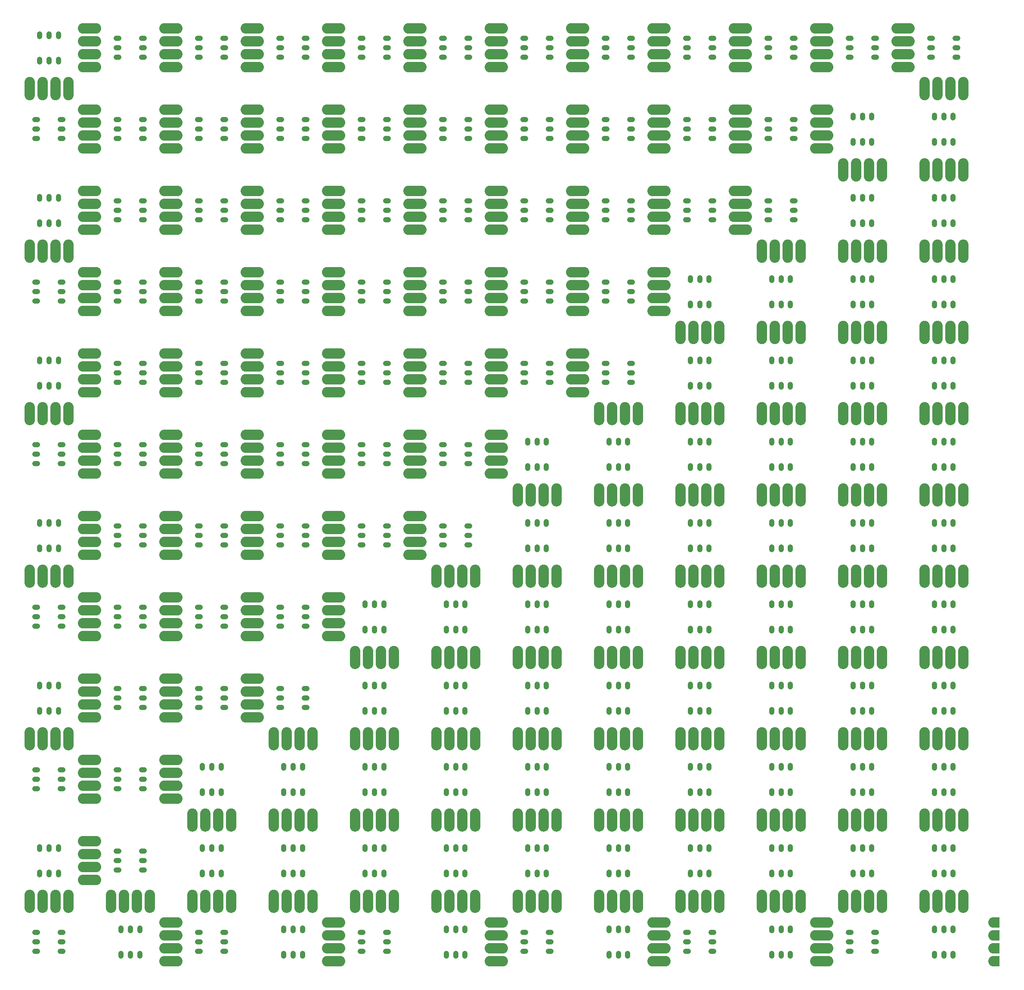
<source format=gts>
G04 DipTrace 2.4.0.2*
%IN144xAPA102Cx16mm.gts*%
%MOMM*%
%ADD27O,4.55X2.05*%
%ADD28O,2.05X4.55*%
%ADD29O,1.05X1.55*%
%ADD30O,1.55X1.05*%
%ADD31C,2.05*%
%ADD32R,1.3X2.05*%
%FSLAX53Y53*%
G04*
G71*
G90*
G75*
G01*
%LNTopMask*%
%LPD*%
D32*
X204375Y16730D3*
D31*
X203750D3*
D32*
X204375Y14190D3*
Y19270D3*
D31*
X203750D3*
Y14190D3*
D32*
X204375Y21810D3*
D31*
X203750D3*
D30*
X15500Y19850D3*
Y18000D3*
Y16150D3*
X20500D3*
Y18000D3*
Y19850D3*
D29*
X16150Y31500D3*
X18000D3*
X19850D3*
Y36500D3*
X18000D3*
X16150D3*
D28*
X19270Y26000D3*
D31*
Y27250D3*
Y24750D3*
D28*
X21810Y26000D3*
X16730D3*
D31*
Y27250D3*
Y24750D3*
X21810Y27250D3*
Y24750D3*
D28*
X14190Y26000D3*
D31*
Y27250D3*
Y24750D3*
D30*
X31500Y35850D3*
Y34000D3*
Y32150D3*
X36500D3*
Y34000D3*
Y35850D3*
D27*
X26000Y32730D3*
D31*
X27250D3*
X24750D3*
D27*
X26000Y30190D3*
Y35270D3*
D31*
X27250D3*
X24750D3*
X27250Y30190D3*
X24750D3*
D27*
X26000Y37810D3*
D31*
X27250D3*
X24750D3*
D29*
X35850Y20500D3*
X34000D3*
X32150D3*
Y15500D3*
X34000D3*
X35850D3*
D28*
X32730Y26000D3*
D31*
Y24750D3*
Y27250D3*
D28*
X30190Y26000D3*
X35270D3*
D31*
Y24750D3*
Y27250D3*
X30190Y24750D3*
Y27250D3*
D28*
X37810Y26000D3*
D31*
Y24750D3*
Y27250D3*
D30*
X47500Y19850D3*
Y18000D3*
Y16150D3*
X52500D3*
Y18000D3*
Y19850D3*
D27*
X42000Y16730D3*
D31*
X43250D3*
X40750D3*
D27*
X42000Y14190D3*
Y19270D3*
D31*
X43250D3*
X40750D3*
X43250Y14190D3*
X40750D3*
D27*
X42000Y21810D3*
D31*
X43250D3*
X40750D3*
D29*
X48150Y31500D3*
X50000D3*
X51850D3*
Y36500D3*
X50000D3*
X48150D3*
D28*
X51270Y26000D3*
D31*
Y27250D3*
Y24750D3*
D28*
X53810Y26000D3*
X48730D3*
D31*
Y27250D3*
Y24750D3*
X53810Y27250D3*
Y24750D3*
D28*
X46190Y26000D3*
D31*
Y27250D3*
Y24750D3*
D29*
X48150Y47500D3*
X50000D3*
X51850D3*
Y52500D3*
X50000D3*
X48150D3*
D28*
X51270Y42000D3*
D31*
Y43250D3*
Y40750D3*
D28*
X53810Y42000D3*
X48730D3*
D31*
Y43250D3*
Y40750D3*
X53810Y43250D3*
Y40750D3*
D28*
X46190Y42000D3*
D31*
Y43250D3*
Y40750D3*
D30*
X36500Y48150D3*
Y50000D3*
Y51850D3*
X31500D3*
Y50000D3*
Y48150D3*
D27*
X42000Y51270D3*
D31*
X40750D3*
X43250D3*
D27*
X42000Y53810D3*
Y48730D3*
D31*
X40750D3*
X43250D3*
X40750Y53810D3*
X43250D3*
D27*
X42000Y46190D3*
D31*
X40750D3*
X43250D3*
D30*
X20500Y48150D3*
Y50000D3*
Y51850D3*
X15500D3*
Y50000D3*
Y48150D3*
D27*
X26000Y51270D3*
D31*
X24750D3*
X27250D3*
D27*
X26000Y53810D3*
Y48730D3*
D31*
X24750D3*
X27250D3*
X24750Y53810D3*
X27250D3*
D27*
X26000Y46190D3*
D31*
X24750D3*
X27250D3*
D29*
X16150Y63500D3*
X18000D3*
X19850D3*
Y68500D3*
X18000D3*
X16150D3*
D28*
X19270Y58000D3*
D31*
Y59250D3*
Y56750D3*
D28*
X21810Y58000D3*
X16730D3*
D31*
Y59250D3*
Y56750D3*
X21810Y59250D3*
Y56750D3*
D28*
X14190Y58000D3*
D31*
Y59250D3*
Y56750D3*
D30*
X31500Y67850D3*
Y66000D3*
Y64150D3*
X36500D3*
Y66000D3*
Y67850D3*
D27*
X26000Y64730D3*
D31*
X27250D3*
X24750D3*
D27*
X26000Y62190D3*
Y67270D3*
D31*
X27250D3*
X24750D3*
X27250Y62190D3*
X24750D3*
D27*
X26000Y69810D3*
D31*
X27250D3*
X24750D3*
D30*
X47500Y67850D3*
Y66000D3*
Y64150D3*
X52500D3*
Y66000D3*
Y67850D3*
D27*
X42000Y64730D3*
D31*
X43250D3*
X40750D3*
D27*
X42000Y62190D3*
Y67270D3*
D31*
X43250D3*
X40750D3*
X43250Y62190D3*
X40750D3*
D27*
X42000Y69810D3*
D31*
X43250D3*
X40750D3*
D30*
X63500Y67850D3*
Y66000D3*
Y64150D3*
X68500D3*
Y66000D3*
Y67850D3*
D27*
X58000Y64730D3*
D31*
X59250D3*
X56750D3*
D27*
X58000Y62190D3*
Y67270D3*
D31*
X59250D3*
X56750D3*
X59250Y62190D3*
X56750D3*
D27*
X58000Y69810D3*
D31*
X59250D3*
X56750D3*
D29*
X67850Y52500D3*
X66000D3*
X64150D3*
Y47500D3*
X66000D3*
X67850D3*
D28*
X64730Y58000D3*
D31*
Y56750D3*
Y59250D3*
D28*
X62190Y58000D3*
X67270D3*
D31*
Y56750D3*
Y59250D3*
X62190Y56750D3*
Y59250D3*
D28*
X69810Y58000D3*
D31*
Y56750D3*
Y59250D3*
D29*
X67850Y36500D3*
X66000D3*
X64150D3*
Y31500D3*
X66000D3*
X67850D3*
D28*
X64730Y42000D3*
D31*
Y40750D3*
Y43250D3*
D28*
X62190Y42000D3*
X67270D3*
D31*
Y40750D3*
Y43250D3*
X62190Y40750D3*
Y43250D3*
D28*
X69810Y42000D3*
D31*
Y40750D3*
Y43250D3*
D29*
X67850Y20500D3*
X66000D3*
X64150D3*
Y15500D3*
X66000D3*
X67850D3*
D28*
X64730Y26000D3*
D31*
Y24750D3*
Y27250D3*
D28*
X62190Y26000D3*
X67270D3*
D31*
Y24750D3*
Y27250D3*
X62190Y24750D3*
Y27250D3*
D28*
X69810Y26000D3*
D31*
Y24750D3*
Y27250D3*
D30*
X79500Y19850D3*
Y18000D3*
Y16150D3*
X84500D3*
Y18000D3*
Y19850D3*
D27*
X74000Y16730D3*
D31*
X75250D3*
X72750D3*
D27*
X74000Y14190D3*
Y19270D3*
D31*
X75250D3*
X72750D3*
X75250Y14190D3*
X72750D3*
D27*
X74000Y21810D3*
D31*
X75250D3*
X72750D3*
D29*
X80150Y31500D3*
X82000D3*
X83850D3*
Y36500D3*
X82000D3*
X80150D3*
D28*
X83270Y26000D3*
D31*
Y27250D3*
Y24750D3*
D28*
X85810Y26000D3*
X80730D3*
D31*
Y27250D3*
Y24750D3*
X85810Y27250D3*
Y24750D3*
D28*
X78190Y26000D3*
D31*
Y27250D3*
Y24750D3*
D29*
X80150Y47500D3*
X82000D3*
X83850D3*
Y52500D3*
X82000D3*
X80150D3*
D28*
X83270Y42000D3*
D31*
Y43250D3*
Y40750D3*
D28*
X85810Y42000D3*
X80730D3*
D31*
Y43250D3*
Y40750D3*
X85810Y43250D3*
Y40750D3*
D28*
X78190Y42000D3*
D31*
Y43250D3*
Y40750D3*
D29*
X80150Y63500D3*
X82000D3*
X83850D3*
Y68500D3*
X82000D3*
X80150D3*
D28*
X83270Y58000D3*
D31*
Y59250D3*
Y56750D3*
D28*
X85810Y58000D3*
X80730D3*
D31*
Y59250D3*
Y56750D3*
X85810Y59250D3*
Y56750D3*
D28*
X78190Y58000D3*
D31*
Y59250D3*
Y56750D3*
D29*
X80150Y79500D3*
X82000D3*
X83850D3*
Y84500D3*
X82000D3*
X80150D3*
D28*
X83270Y74000D3*
D31*
Y75250D3*
Y72750D3*
D28*
X85810Y74000D3*
X80730D3*
D31*
Y75250D3*
Y72750D3*
X85810Y75250D3*
Y72750D3*
D28*
X78190Y74000D3*
D31*
Y75250D3*
Y72750D3*
D30*
X68500Y80150D3*
Y82000D3*
Y83850D3*
X63500D3*
Y82000D3*
Y80150D3*
D27*
X74000Y83270D3*
D31*
X72750D3*
X75250D3*
D27*
X74000Y85810D3*
Y80730D3*
D31*
X72750D3*
X75250D3*
X72750Y85810D3*
X75250D3*
D27*
X74000Y78190D3*
D31*
X72750D3*
X75250D3*
D30*
X52500Y80150D3*
Y82000D3*
Y83850D3*
X47500D3*
Y82000D3*
Y80150D3*
D27*
X58000Y83270D3*
D31*
X56750D3*
X59250D3*
D27*
X58000Y85810D3*
Y80730D3*
D31*
X56750D3*
X59250D3*
X56750Y85810D3*
X59250D3*
D27*
X58000Y78190D3*
D31*
X56750D3*
X59250D3*
D30*
X36500Y80150D3*
Y82000D3*
Y83850D3*
X31500D3*
Y82000D3*
Y80150D3*
D27*
X42000Y83270D3*
D31*
X40750D3*
X43250D3*
D27*
X42000Y85810D3*
Y80730D3*
D31*
X40750D3*
X43250D3*
X40750Y85810D3*
X43250D3*
D27*
X42000Y78190D3*
D31*
X40750D3*
X43250D3*
D30*
X20500Y80150D3*
Y82000D3*
Y83850D3*
X15500D3*
Y82000D3*
Y80150D3*
D27*
X26000Y83270D3*
D31*
X24750D3*
X27250D3*
D27*
X26000Y85810D3*
Y80730D3*
D31*
X24750D3*
X27250D3*
X24750Y85810D3*
X27250D3*
D27*
X26000Y78190D3*
D31*
X24750D3*
X27250D3*
D29*
X16150Y95500D3*
X18000D3*
X19850D3*
Y100500D3*
X18000D3*
X16150D3*
D28*
X19270Y90000D3*
D31*
Y91250D3*
Y88750D3*
D28*
X21810Y90000D3*
X16730D3*
D31*
Y91250D3*
Y88750D3*
X21810Y91250D3*
Y88750D3*
D28*
X14190Y90000D3*
D31*
Y91250D3*
Y88750D3*
D30*
X31500Y99850D3*
Y98000D3*
Y96150D3*
X36500D3*
Y98000D3*
Y99850D3*
D27*
X26000Y96730D3*
D31*
X27250D3*
X24750D3*
D27*
X26000Y94190D3*
Y99270D3*
D31*
X27250D3*
X24750D3*
X27250Y94190D3*
X24750D3*
D27*
X26000Y101810D3*
D31*
X27250D3*
X24750D3*
D30*
X47500Y99850D3*
Y98000D3*
Y96150D3*
X52500D3*
Y98000D3*
Y99850D3*
D27*
X42000Y96730D3*
D31*
X43250D3*
X40750D3*
D27*
X42000Y94190D3*
Y99270D3*
D31*
X43250D3*
X40750D3*
X43250Y94190D3*
X40750D3*
D27*
X42000Y101810D3*
D31*
X43250D3*
X40750D3*
D30*
X63500Y99850D3*
Y98000D3*
Y96150D3*
X68500D3*
Y98000D3*
Y99850D3*
D27*
X58000Y96730D3*
D31*
X59250D3*
X56750D3*
D27*
X58000Y94190D3*
Y99270D3*
D31*
X59250D3*
X56750D3*
X59250Y94190D3*
X56750D3*
D27*
X58000Y101810D3*
D31*
X59250D3*
X56750D3*
D30*
X79500Y99850D3*
Y98000D3*
Y96150D3*
X84500D3*
Y98000D3*
Y99850D3*
D27*
X74000Y96730D3*
D31*
X75250D3*
X72750D3*
D27*
X74000Y94190D3*
Y99270D3*
D31*
X75250D3*
X72750D3*
X75250Y94190D3*
X72750D3*
D27*
X74000Y101810D3*
D31*
X75250D3*
X72750D3*
D30*
X95500Y99850D3*
Y98000D3*
Y96150D3*
X100500D3*
Y98000D3*
Y99850D3*
D27*
X90000Y96730D3*
D31*
X91250D3*
X88750D3*
D27*
X90000Y94190D3*
Y99270D3*
D31*
X91250D3*
X88750D3*
X91250Y94190D3*
X88750D3*
D27*
X90000Y101810D3*
D31*
X91250D3*
X88750D3*
D29*
X99850Y84500D3*
X98000D3*
X96150D3*
Y79500D3*
X98000D3*
X99850D3*
D28*
X96730Y90000D3*
D31*
Y88750D3*
Y91250D3*
D28*
X94190Y90000D3*
X99270D3*
D31*
Y88750D3*
Y91250D3*
X94190Y88750D3*
Y91250D3*
D28*
X101810Y90000D3*
D31*
Y88750D3*
Y91250D3*
D29*
X99850Y68500D3*
X98000D3*
X96150D3*
Y63500D3*
X98000D3*
X99850D3*
D28*
X96730Y74000D3*
D31*
Y72750D3*
Y75250D3*
D28*
X94190Y74000D3*
X99270D3*
D31*
Y72750D3*
Y75250D3*
X94190Y72750D3*
Y75250D3*
D28*
X101810Y74000D3*
D31*
Y72750D3*
Y75250D3*
D29*
X99850Y52500D3*
X98000D3*
X96150D3*
Y47500D3*
X98000D3*
X99850D3*
D28*
X96730Y58000D3*
D31*
Y56750D3*
Y59250D3*
D28*
X94190Y58000D3*
X99270D3*
D31*
Y56750D3*
Y59250D3*
X94190Y56750D3*
Y59250D3*
D28*
X101810Y58000D3*
D31*
Y56750D3*
Y59250D3*
D29*
X99850Y36500D3*
X98000D3*
X96150D3*
Y31500D3*
X98000D3*
X99850D3*
D28*
X96730Y42000D3*
D31*
Y40750D3*
Y43250D3*
D28*
X94190Y42000D3*
X99270D3*
D31*
Y40750D3*
Y43250D3*
X94190Y40750D3*
Y43250D3*
D28*
X101810Y42000D3*
D31*
Y40750D3*
Y43250D3*
D29*
X99850Y20500D3*
X98000D3*
X96150D3*
Y15500D3*
X98000D3*
X99850D3*
D28*
X96730Y26000D3*
D31*
Y24750D3*
Y27250D3*
D28*
X94190Y26000D3*
X99270D3*
D31*
Y24750D3*
Y27250D3*
X94190Y24750D3*
Y27250D3*
D28*
X101810Y26000D3*
D31*
Y24750D3*
Y27250D3*
D30*
X111500Y19850D3*
Y18000D3*
Y16150D3*
X116500D3*
Y18000D3*
Y19850D3*
D27*
X106000Y16730D3*
D31*
X107250D3*
X104750D3*
D27*
X106000Y14190D3*
Y19270D3*
D31*
X107250D3*
X104750D3*
X107250Y14190D3*
X104750D3*
D27*
X106000Y21810D3*
D31*
X107250D3*
X104750D3*
D29*
X112150Y31500D3*
X114000D3*
X115850D3*
Y36500D3*
X114000D3*
X112150D3*
D28*
X115270Y26000D3*
D31*
Y27250D3*
Y24750D3*
D28*
X117810Y26000D3*
X112730D3*
D31*
Y27250D3*
Y24750D3*
X117810Y27250D3*
Y24750D3*
D28*
X110190Y26000D3*
D31*
Y27250D3*
Y24750D3*
D29*
X112150Y47500D3*
X114000D3*
X115850D3*
Y52500D3*
X114000D3*
X112150D3*
D28*
X115270Y42000D3*
D31*
Y43250D3*
Y40750D3*
D28*
X117810Y42000D3*
X112730D3*
D31*
Y43250D3*
Y40750D3*
X117810Y43250D3*
Y40750D3*
D28*
X110190Y42000D3*
D31*
Y43250D3*
Y40750D3*
D29*
X112150Y63500D3*
X114000D3*
X115850D3*
Y68500D3*
X114000D3*
X112150D3*
D28*
X115270Y58000D3*
D31*
Y59250D3*
Y56750D3*
D28*
X117810Y58000D3*
X112730D3*
D31*
Y59250D3*
Y56750D3*
X117810Y59250D3*
Y56750D3*
D28*
X110190Y58000D3*
D31*
Y59250D3*
Y56750D3*
D29*
X112150Y79500D3*
X114000D3*
X115850D3*
Y84500D3*
X114000D3*
X112150D3*
D28*
X115270Y74000D3*
D31*
Y75250D3*
Y72750D3*
D28*
X117810Y74000D3*
X112730D3*
D31*
Y75250D3*
Y72750D3*
X117810Y75250D3*
Y72750D3*
D28*
X110190Y74000D3*
D31*
Y75250D3*
Y72750D3*
D29*
X112150Y95500D3*
X114000D3*
X115850D3*
Y100500D3*
X114000D3*
X112150D3*
D28*
X115270Y90000D3*
D31*
Y91250D3*
Y88750D3*
D28*
X117810Y90000D3*
X112730D3*
D31*
Y91250D3*
Y88750D3*
X117810Y91250D3*
Y88750D3*
D28*
X110190Y90000D3*
D31*
Y91250D3*
Y88750D3*
D29*
X112150Y111500D3*
X114000D3*
X115850D3*
Y116500D3*
X114000D3*
X112150D3*
D28*
X115270Y106000D3*
D31*
Y107250D3*
Y104750D3*
D28*
X117810Y106000D3*
X112730D3*
D31*
Y107250D3*
Y104750D3*
X117810Y107250D3*
Y104750D3*
D28*
X110190Y106000D3*
D31*
Y107250D3*
Y104750D3*
D30*
X100500Y112150D3*
Y114000D3*
Y115850D3*
X95500D3*
Y114000D3*
Y112150D3*
D27*
X106000Y115270D3*
D31*
X104750D3*
X107250D3*
D27*
X106000Y117810D3*
Y112730D3*
D31*
X104750D3*
X107250D3*
X104750Y117810D3*
X107250D3*
D27*
X106000Y110190D3*
D31*
X104750D3*
X107250D3*
D30*
X84500Y112150D3*
Y114000D3*
Y115850D3*
X79500D3*
Y114000D3*
Y112150D3*
D27*
X90000Y115270D3*
D31*
X88750D3*
X91250D3*
D27*
X90000Y117810D3*
Y112730D3*
D31*
X88750D3*
X91250D3*
X88750Y117810D3*
X91250D3*
D27*
X90000Y110190D3*
D31*
X88750D3*
X91250D3*
D30*
X68500Y112150D3*
Y114000D3*
Y115850D3*
X63500D3*
Y114000D3*
Y112150D3*
D27*
X74000Y115270D3*
D31*
X72750D3*
X75250D3*
D27*
X74000Y117810D3*
Y112730D3*
D31*
X72750D3*
X75250D3*
X72750Y117810D3*
X75250D3*
D27*
X74000Y110190D3*
D31*
X72750D3*
X75250D3*
D30*
X52500Y112150D3*
Y114000D3*
Y115850D3*
X47500D3*
Y114000D3*
Y112150D3*
D27*
X58000Y115270D3*
D31*
X56750D3*
X59250D3*
D27*
X58000Y117810D3*
Y112730D3*
D31*
X56750D3*
X59250D3*
X56750Y117810D3*
X59250D3*
D27*
X58000Y110190D3*
D31*
X56750D3*
X59250D3*
D30*
X36500Y112150D3*
Y114000D3*
Y115850D3*
X31500D3*
Y114000D3*
Y112150D3*
D27*
X42000Y115270D3*
D31*
X40750D3*
X43250D3*
D27*
X42000Y117810D3*
Y112730D3*
D31*
X40750D3*
X43250D3*
X40750Y117810D3*
X43250D3*
D27*
X42000Y110190D3*
D31*
X40750D3*
X43250D3*
D30*
X20500Y112150D3*
Y114000D3*
Y115850D3*
X15500D3*
Y114000D3*
Y112150D3*
D27*
X26000Y115270D3*
D31*
X24750D3*
X27250D3*
D27*
X26000Y117810D3*
Y112730D3*
D31*
X24750D3*
X27250D3*
X24750Y117810D3*
X27250D3*
D27*
X26000Y110190D3*
D31*
X24750D3*
X27250D3*
D29*
X16150Y127500D3*
X18000D3*
X19850D3*
Y132500D3*
X18000D3*
X16150D3*
D28*
X19270Y122000D3*
D31*
Y123250D3*
Y120750D3*
D28*
X21810Y122000D3*
X16730D3*
D31*
Y123250D3*
Y120750D3*
X21810Y123250D3*
Y120750D3*
D28*
X14190Y122000D3*
D31*
Y123250D3*
Y120750D3*
D30*
X31500Y131850D3*
Y130000D3*
Y128150D3*
X36500D3*
Y130000D3*
Y131850D3*
D27*
X26000Y128730D3*
D31*
X27250D3*
X24750D3*
D27*
X26000Y126190D3*
Y131270D3*
D31*
X27250D3*
X24750D3*
X27250Y126190D3*
X24750D3*
D27*
X26000Y133810D3*
D31*
X27250D3*
X24750D3*
D30*
X47500Y131850D3*
Y130000D3*
Y128150D3*
X52500D3*
Y130000D3*
Y131850D3*
D27*
X42000Y128730D3*
D31*
X43250D3*
X40750D3*
D27*
X42000Y126190D3*
Y131270D3*
D31*
X43250D3*
X40750D3*
X43250Y126190D3*
X40750D3*
D27*
X42000Y133810D3*
D31*
X43250D3*
X40750D3*
D30*
X63500Y131850D3*
Y130000D3*
Y128150D3*
X68500D3*
Y130000D3*
Y131850D3*
D27*
X58000Y128730D3*
D31*
X59250D3*
X56750D3*
D27*
X58000Y126190D3*
Y131270D3*
D31*
X59250D3*
X56750D3*
X59250Y126190D3*
X56750D3*
D27*
X58000Y133810D3*
D31*
X59250D3*
X56750D3*
D30*
X79500Y131850D3*
Y130000D3*
Y128150D3*
X84500D3*
Y130000D3*
Y131850D3*
D27*
X74000Y128730D3*
D31*
X75250D3*
X72750D3*
D27*
X74000Y126190D3*
Y131270D3*
D31*
X75250D3*
X72750D3*
X75250Y126190D3*
X72750D3*
D27*
X74000Y133810D3*
D31*
X75250D3*
X72750D3*
D30*
X95500Y131850D3*
Y130000D3*
Y128150D3*
X100500D3*
Y130000D3*
Y131850D3*
D27*
X90000Y128730D3*
D31*
X91250D3*
X88750D3*
D27*
X90000Y126190D3*
Y131270D3*
D31*
X91250D3*
X88750D3*
X91250Y126190D3*
X88750D3*
D27*
X90000Y133810D3*
D31*
X91250D3*
X88750D3*
D30*
X111500Y131850D3*
Y130000D3*
Y128150D3*
X116500D3*
Y130000D3*
Y131850D3*
D27*
X106000Y128730D3*
D31*
X107250D3*
X104750D3*
D27*
X106000Y126190D3*
Y131270D3*
D31*
X107250D3*
X104750D3*
X107250Y126190D3*
X104750D3*
D27*
X106000Y133810D3*
D31*
X107250D3*
X104750D3*
D30*
X127500Y131850D3*
Y130000D3*
Y128150D3*
X132500D3*
Y130000D3*
Y131850D3*
D27*
X122000Y128730D3*
D31*
X123250D3*
X120750D3*
D27*
X122000Y126190D3*
Y131270D3*
D31*
X123250D3*
X120750D3*
X123250Y126190D3*
X120750D3*
D27*
X122000Y133810D3*
D31*
X123250D3*
X120750D3*
D29*
X131850Y116500D3*
X130000D3*
X128150D3*
Y111500D3*
X130000D3*
X131850D3*
D28*
X128730Y122000D3*
D31*
Y120750D3*
Y123250D3*
D28*
X126190Y122000D3*
X131270D3*
D31*
Y120750D3*
Y123250D3*
X126190Y120750D3*
Y123250D3*
D28*
X133810Y122000D3*
D31*
Y120750D3*
Y123250D3*
D29*
X131850Y100500D3*
X130000D3*
X128150D3*
Y95500D3*
X130000D3*
X131850D3*
D28*
X128730Y106000D3*
D31*
Y104750D3*
Y107250D3*
D28*
X126190Y106000D3*
X131270D3*
D31*
Y104750D3*
Y107250D3*
X126190Y104750D3*
Y107250D3*
D28*
X133810Y106000D3*
D31*
Y104750D3*
Y107250D3*
D29*
X131850Y84500D3*
X130000D3*
X128150D3*
Y79500D3*
X130000D3*
X131850D3*
D28*
X128730Y90000D3*
D31*
Y88750D3*
Y91250D3*
D28*
X126190Y90000D3*
X131270D3*
D31*
Y88750D3*
Y91250D3*
X126190Y88750D3*
Y91250D3*
D28*
X133810Y90000D3*
D31*
Y88750D3*
Y91250D3*
D29*
X131850Y68500D3*
X130000D3*
X128150D3*
Y63500D3*
X130000D3*
X131850D3*
D28*
X128730Y74000D3*
D31*
Y72750D3*
Y75250D3*
D28*
X126190Y74000D3*
X131270D3*
D31*
Y72750D3*
Y75250D3*
X126190Y72750D3*
Y75250D3*
D28*
X133810Y74000D3*
D31*
Y72750D3*
Y75250D3*
D29*
X131850Y52500D3*
X130000D3*
X128150D3*
Y47500D3*
X130000D3*
X131850D3*
D28*
X128730Y58000D3*
D31*
Y56750D3*
Y59250D3*
D28*
X126190Y58000D3*
X131270D3*
D31*
Y56750D3*
Y59250D3*
X126190Y56750D3*
Y59250D3*
D28*
X133810Y58000D3*
D31*
Y56750D3*
Y59250D3*
D29*
X131850Y36500D3*
X130000D3*
X128150D3*
Y31500D3*
X130000D3*
X131850D3*
D28*
X128730Y42000D3*
D31*
Y40750D3*
Y43250D3*
D28*
X126190Y42000D3*
X131270D3*
D31*
Y40750D3*
Y43250D3*
X126190Y40750D3*
Y43250D3*
D28*
X133810Y42000D3*
D31*
Y40750D3*
Y43250D3*
D29*
X131850Y20500D3*
X130000D3*
X128150D3*
Y15500D3*
X130000D3*
X131850D3*
D28*
X128730Y26000D3*
D31*
Y24750D3*
Y27250D3*
D28*
X126190Y26000D3*
X131270D3*
D31*
Y24750D3*
Y27250D3*
X126190Y24750D3*
Y27250D3*
D28*
X133810Y26000D3*
D31*
Y24750D3*
Y27250D3*
D30*
X143500Y19850D3*
Y18000D3*
Y16150D3*
X148500D3*
Y18000D3*
Y19850D3*
D27*
X138000Y16730D3*
D31*
X139250D3*
X136750D3*
D27*
X138000Y14190D3*
Y19270D3*
D31*
X139250D3*
X136750D3*
X139250Y14190D3*
X136750D3*
D27*
X138000Y21810D3*
D31*
X139250D3*
X136750D3*
D29*
X144150Y31500D3*
X146000D3*
X147850D3*
Y36500D3*
X146000D3*
X144150D3*
D28*
X147270Y26000D3*
D31*
Y27250D3*
Y24750D3*
D28*
X149810Y26000D3*
X144730D3*
D31*
Y27250D3*
Y24750D3*
X149810Y27250D3*
Y24750D3*
D28*
X142190Y26000D3*
D31*
Y27250D3*
Y24750D3*
D29*
X144150Y47500D3*
X146000D3*
X147850D3*
Y52500D3*
X146000D3*
X144150D3*
D28*
X147270Y42000D3*
D31*
Y43250D3*
Y40750D3*
D28*
X149810Y42000D3*
X144730D3*
D31*
Y43250D3*
Y40750D3*
X149810Y43250D3*
Y40750D3*
D28*
X142190Y42000D3*
D31*
Y43250D3*
Y40750D3*
D29*
X144150Y63500D3*
X146000D3*
X147850D3*
Y68500D3*
X146000D3*
X144150D3*
D28*
X147270Y58000D3*
D31*
Y59250D3*
Y56750D3*
D28*
X149810Y58000D3*
X144730D3*
D31*
Y59250D3*
Y56750D3*
X149810Y59250D3*
Y56750D3*
D28*
X142190Y58000D3*
D31*
Y59250D3*
Y56750D3*
D29*
X144150Y79500D3*
X146000D3*
X147850D3*
Y84500D3*
X146000D3*
X144150D3*
D28*
X147270Y74000D3*
D31*
Y75250D3*
Y72750D3*
D28*
X149810Y74000D3*
X144730D3*
D31*
Y75250D3*
Y72750D3*
X149810Y75250D3*
Y72750D3*
D28*
X142190Y74000D3*
D31*
Y75250D3*
Y72750D3*
D29*
X144150Y95500D3*
X146000D3*
X147850D3*
Y100500D3*
X146000D3*
X144150D3*
D28*
X147270Y90000D3*
D31*
Y91250D3*
Y88750D3*
D28*
X149810Y90000D3*
X144730D3*
D31*
Y91250D3*
Y88750D3*
X149810Y91250D3*
Y88750D3*
D28*
X142190Y90000D3*
D31*
Y91250D3*
Y88750D3*
D29*
X144150Y111500D3*
X146000D3*
X147850D3*
Y116500D3*
X146000D3*
X144150D3*
D28*
X147270Y106000D3*
D31*
Y107250D3*
Y104750D3*
D28*
X149810Y106000D3*
X144730D3*
D31*
Y107250D3*
Y104750D3*
X149810Y107250D3*
Y104750D3*
D28*
X142190Y106000D3*
D31*
Y107250D3*
Y104750D3*
D29*
X144150Y127500D3*
X146000D3*
X147850D3*
Y132500D3*
X146000D3*
X144150D3*
D28*
X147270Y122000D3*
D31*
Y123250D3*
Y120750D3*
D28*
X149810Y122000D3*
X144730D3*
D31*
Y123250D3*
Y120750D3*
X149810Y123250D3*
Y120750D3*
D28*
X142190Y122000D3*
D31*
Y123250D3*
Y120750D3*
D29*
X144150Y143500D3*
X146000D3*
X147850D3*
Y148500D3*
X146000D3*
X144150D3*
D28*
X147270Y138000D3*
D31*
Y139250D3*
Y136750D3*
D28*
X149810Y138000D3*
X144730D3*
D31*
Y139250D3*
Y136750D3*
X149810Y139250D3*
Y136750D3*
D28*
X142190Y138000D3*
D31*
Y139250D3*
Y136750D3*
D30*
X132500Y144150D3*
Y146000D3*
Y147850D3*
X127500D3*
Y146000D3*
Y144150D3*
D27*
X138000Y147270D3*
D31*
X136750D3*
X139250D3*
D27*
X138000Y149810D3*
Y144730D3*
D31*
X136750D3*
X139250D3*
X136750Y149810D3*
X139250D3*
D27*
X138000Y142190D3*
D31*
X136750D3*
X139250D3*
D30*
X116500Y144150D3*
Y146000D3*
Y147850D3*
X111500D3*
Y146000D3*
Y144150D3*
D27*
X122000Y147270D3*
D31*
X120750D3*
X123250D3*
D27*
X122000Y149810D3*
Y144730D3*
D31*
X120750D3*
X123250D3*
X120750Y149810D3*
X123250D3*
D27*
X122000Y142190D3*
D31*
X120750D3*
X123250D3*
D30*
X100500Y144150D3*
Y146000D3*
Y147850D3*
X95500D3*
Y146000D3*
Y144150D3*
D27*
X106000Y147270D3*
D31*
X104750D3*
X107250D3*
D27*
X106000Y149810D3*
Y144730D3*
D31*
X104750D3*
X107250D3*
X104750Y149810D3*
X107250D3*
D27*
X106000Y142190D3*
D31*
X104750D3*
X107250D3*
D30*
X84500Y144150D3*
Y146000D3*
Y147850D3*
X79500D3*
Y146000D3*
Y144150D3*
D27*
X90000Y147270D3*
D31*
X88750D3*
X91250D3*
D27*
X90000Y149810D3*
Y144730D3*
D31*
X88750D3*
X91250D3*
X88750Y149810D3*
X91250D3*
D27*
X90000Y142190D3*
D31*
X88750D3*
X91250D3*
D30*
X68500Y144150D3*
Y146000D3*
Y147850D3*
X63500D3*
Y146000D3*
Y144150D3*
D27*
X74000Y147270D3*
D31*
X72750D3*
X75250D3*
D27*
X74000Y149810D3*
Y144730D3*
D31*
X72750D3*
X75250D3*
X72750Y149810D3*
X75250D3*
D27*
X74000Y142190D3*
D31*
X72750D3*
X75250D3*
D30*
X52500Y144150D3*
Y146000D3*
Y147850D3*
X47500D3*
Y146000D3*
Y144150D3*
D27*
X58000Y147270D3*
D31*
X56750D3*
X59250D3*
D27*
X58000Y149810D3*
Y144730D3*
D31*
X56750D3*
X59250D3*
X56750Y149810D3*
X59250D3*
D27*
X58000Y142190D3*
D31*
X56750D3*
X59250D3*
D30*
X36500Y144150D3*
Y146000D3*
Y147850D3*
X31500D3*
Y146000D3*
Y144150D3*
D27*
X42000Y147270D3*
D31*
X40750D3*
X43250D3*
D27*
X42000Y149810D3*
Y144730D3*
D31*
X40750D3*
X43250D3*
X40750Y149810D3*
X43250D3*
D27*
X42000Y142190D3*
D31*
X40750D3*
X43250D3*
D30*
X20500Y144150D3*
Y146000D3*
Y147850D3*
X15500D3*
Y146000D3*
Y144150D3*
D27*
X26000Y147270D3*
D31*
X24750D3*
X27250D3*
D27*
X26000Y149810D3*
Y144730D3*
D31*
X24750D3*
X27250D3*
X24750Y149810D3*
X27250D3*
D27*
X26000Y142190D3*
D31*
X24750D3*
X27250D3*
D29*
X16150Y159500D3*
X18000D3*
X19850D3*
Y164500D3*
X18000D3*
X16150D3*
D28*
X19270Y154000D3*
D31*
Y155250D3*
Y152750D3*
D28*
X21810Y154000D3*
X16730D3*
D31*
Y155250D3*
Y152750D3*
X21810Y155250D3*
Y152750D3*
D28*
X14190Y154000D3*
D31*
Y155250D3*
Y152750D3*
D30*
X31500Y163850D3*
Y162000D3*
Y160150D3*
X36500D3*
Y162000D3*
Y163850D3*
D27*
X26000Y160730D3*
D31*
X27250D3*
X24750D3*
D27*
X26000Y158190D3*
Y163270D3*
D31*
X27250D3*
X24750D3*
X27250Y158190D3*
X24750D3*
D27*
X26000Y165810D3*
D31*
X27250D3*
X24750D3*
D30*
X47500Y163850D3*
Y162000D3*
Y160150D3*
X52500D3*
Y162000D3*
Y163850D3*
D27*
X42000Y160730D3*
D31*
X43250D3*
X40750D3*
D27*
X42000Y158190D3*
Y163270D3*
D31*
X43250D3*
X40750D3*
X43250Y158190D3*
X40750D3*
D27*
X42000Y165810D3*
D31*
X43250D3*
X40750D3*
D30*
X63500Y163850D3*
Y162000D3*
Y160150D3*
X68500D3*
Y162000D3*
Y163850D3*
D27*
X58000Y160730D3*
D31*
X59250D3*
X56750D3*
D27*
X58000Y158190D3*
Y163270D3*
D31*
X59250D3*
X56750D3*
X59250Y158190D3*
X56750D3*
D27*
X58000Y165810D3*
D31*
X59250D3*
X56750D3*
D30*
X79500Y163850D3*
Y162000D3*
Y160150D3*
X84500D3*
Y162000D3*
Y163850D3*
D27*
X74000Y160730D3*
D31*
X75250D3*
X72750D3*
D27*
X74000Y158190D3*
Y163270D3*
D31*
X75250D3*
X72750D3*
X75250Y158190D3*
X72750D3*
D27*
X74000Y165810D3*
D31*
X75250D3*
X72750D3*
D30*
X95500Y163850D3*
Y162000D3*
Y160150D3*
X100500D3*
Y162000D3*
Y163850D3*
D27*
X90000Y160730D3*
D31*
X91250D3*
X88750D3*
D27*
X90000Y158190D3*
Y163270D3*
D31*
X91250D3*
X88750D3*
X91250Y158190D3*
X88750D3*
D27*
X90000Y165810D3*
D31*
X91250D3*
X88750D3*
D30*
X111500Y163850D3*
Y162000D3*
Y160150D3*
X116500D3*
Y162000D3*
Y163850D3*
D27*
X106000Y160730D3*
D31*
X107250D3*
X104750D3*
D27*
X106000Y158190D3*
Y163270D3*
D31*
X107250D3*
X104750D3*
X107250Y158190D3*
X104750D3*
D27*
X106000Y165810D3*
D31*
X107250D3*
X104750D3*
D30*
X127500Y163850D3*
Y162000D3*
Y160150D3*
X132500D3*
Y162000D3*
Y163850D3*
D27*
X122000Y160730D3*
D31*
X123250D3*
X120750D3*
D27*
X122000Y158190D3*
Y163270D3*
D31*
X123250D3*
X120750D3*
X123250Y158190D3*
X120750D3*
D27*
X122000Y165810D3*
D31*
X123250D3*
X120750D3*
D30*
X143500Y163850D3*
Y162000D3*
Y160150D3*
X148500D3*
Y162000D3*
Y163850D3*
D27*
X138000Y160730D3*
D31*
X139250D3*
X136750D3*
D27*
X138000Y158190D3*
Y163270D3*
D31*
X139250D3*
X136750D3*
X139250Y158190D3*
X136750D3*
D27*
X138000Y165810D3*
D31*
X139250D3*
X136750D3*
D30*
X159500Y163850D3*
Y162000D3*
Y160150D3*
X164500D3*
Y162000D3*
Y163850D3*
D27*
X154000Y160730D3*
D31*
X155250D3*
X152750D3*
D27*
X154000Y158190D3*
Y163270D3*
D31*
X155250D3*
X152750D3*
X155250Y158190D3*
X152750D3*
D27*
X154000Y165810D3*
D31*
X155250D3*
X152750D3*
D29*
X163850Y148500D3*
X162000D3*
X160150D3*
Y143500D3*
X162000D3*
X163850D3*
D28*
X160730Y154000D3*
D31*
Y152750D3*
Y155250D3*
D28*
X158190Y154000D3*
X163270D3*
D31*
Y152750D3*
Y155250D3*
X158190Y152750D3*
Y155250D3*
D28*
X165810Y154000D3*
D31*
Y152750D3*
Y155250D3*
D29*
X163850Y132500D3*
X162000D3*
X160150D3*
Y127500D3*
X162000D3*
X163850D3*
D28*
X160730Y138000D3*
D31*
Y136750D3*
Y139250D3*
D28*
X158190Y138000D3*
X163270D3*
D31*
Y136750D3*
Y139250D3*
X158190Y136750D3*
Y139250D3*
D28*
X165810Y138000D3*
D31*
Y136750D3*
Y139250D3*
D29*
X163850Y116500D3*
X162000D3*
X160150D3*
Y111500D3*
X162000D3*
X163850D3*
D28*
X160730Y122000D3*
D31*
Y120750D3*
Y123250D3*
D28*
X158190Y122000D3*
X163270D3*
D31*
Y120750D3*
Y123250D3*
X158190Y120750D3*
Y123250D3*
D28*
X165810Y122000D3*
D31*
Y120750D3*
Y123250D3*
D29*
X163850Y100500D3*
X162000D3*
X160150D3*
Y95500D3*
X162000D3*
X163850D3*
D28*
X160730Y106000D3*
D31*
Y104750D3*
Y107250D3*
D28*
X158190Y106000D3*
X163270D3*
D31*
Y104750D3*
Y107250D3*
X158190Y104750D3*
Y107250D3*
D28*
X165810Y106000D3*
D31*
Y104750D3*
Y107250D3*
D29*
X163850Y84500D3*
X162000D3*
X160150D3*
Y79500D3*
X162000D3*
X163850D3*
D28*
X160730Y90000D3*
D31*
Y88750D3*
Y91250D3*
D28*
X158190Y90000D3*
X163270D3*
D31*
Y88750D3*
Y91250D3*
X158190Y88750D3*
Y91250D3*
D28*
X165810Y90000D3*
D31*
Y88750D3*
Y91250D3*
D29*
X163850Y68500D3*
X162000D3*
X160150D3*
Y63500D3*
X162000D3*
X163850D3*
D28*
X160730Y74000D3*
D31*
Y72750D3*
Y75250D3*
D28*
X158190Y74000D3*
X163270D3*
D31*
Y72750D3*
Y75250D3*
X158190Y72750D3*
Y75250D3*
D28*
X165810Y74000D3*
D31*
Y72750D3*
Y75250D3*
D29*
X163850Y52500D3*
X162000D3*
X160150D3*
Y47500D3*
X162000D3*
X163850D3*
D28*
X160730Y58000D3*
D31*
Y56750D3*
Y59250D3*
D28*
X158190Y58000D3*
X163270D3*
D31*
Y56750D3*
Y59250D3*
X158190Y56750D3*
Y59250D3*
D28*
X165810Y58000D3*
D31*
Y56750D3*
Y59250D3*
D29*
X163850Y36500D3*
X162000D3*
X160150D3*
Y31500D3*
X162000D3*
X163850D3*
D28*
X160730Y42000D3*
D31*
Y40750D3*
Y43250D3*
D28*
X158190Y42000D3*
X163270D3*
D31*
Y40750D3*
Y43250D3*
X158190Y40750D3*
Y43250D3*
D28*
X165810Y42000D3*
D31*
Y40750D3*
Y43250D3*
D29*
X163850Y20500D3*
X162000D3*
X160150D3*
Y15500D3*
X162000D3*
X163850D3*
D28*
X160730Y26000D3*
D31*
Y24750D3*
Y27250D3*
D28*
X158190Y26000D3*
X163270D3*
D31*
Y24750D3*
Y27250D3*
X158190Y24750D3*
Y27250D3*
D28*
X165810Y26000D3*
D31*
Y24750D3*
Y27250D3*
D30*
X175500Y19850D3*
Y18000D3*
Y16150D3*
X180500D3*
Y18000D3*
Y19850D3*
D27*
X170000Y16730D3*
D31*
X171250D3*
X168750D3*
D27*
X170000Y14190D3*
Y19270D3*
D31*
X171250D3*
X168750D3*
X171250Y14190D3*
X168750D3*
D27*
X170000Y21810D3*
D31*
X171250D3*
X168750D3*
D29*
X176150Y31500D3*
X178000D3*
X179850D3*
Y36500D3*
X178000D3*
X176150D3*
D28*
X179270Y26000D3*
D31*
Y27250D3*
Y24750D3*
D28*
X181810Y26000D3*
X176730D3*
D31*
Y27250D3*
Y24750D3*
X181810Y27250D3*
Y24750D3*
D28*
X174190Y26000D3*
D31*
Y27250D3*
Y24750D3*
D29*
X176150Y47500D3*
X178000D3*
X179850D3*
Y52500D3*
X178000D3*
X176150D3*
D28*
X179270Y42000D3*
D31*
Y43250D3*
Y40750D3*
D28*
X181810Y42000D3*
X176730D3*
D31*
Y43250D3*
Y40750D3*
X181810Y43250D3*
Y40750D3*
D28*
X174190Y42000D3*
D31*
Y43250D3*
Y40750D3*
D29*
X176150Y63500D3*
X178000D3*
X179850D3*
Y68500D3*
X178000D3*
X176150D3*
D28*
X179270Y58000D3*
D31*
Y59250D3*
Y56750D3*
D28*
X181810Y58000D3*
X176730D3*
D31*
Y59250D3*
Y56750D3*
X181810Y59250D3*
Y56750D3*
D28*
X174190Y58000D3*
D31*
Y59250D3*
Y56750D3*
D29*
X176150Y79500D3*
X178000D3*
X179850D3*
Y84500D3*
X178000D3*
X176150D3*
D28*
X179270Y74000D3*
D31*
Y75250D3*
Y72750D3*
D28*
X181810Y74000D3*
X176730D3*
D31*
Y75250D3*
Y72750D3*
X181810Y75250D3*
Y72750D3*
D28*
X174190Y74000D3*
D31*
Y75250D3*
Y72750D3*
D29*
X176150Y95500D3*
X178000D3*
X179850D3*
Y100500D3*
X178000D3*
X176150D3*
D28*
X179270Y90000D3*
D31*
Y91250D3*
Y88750D3*
D28*
X181810Y90000D3*
X176730D3*
D31*
Y91250D3*
Y88750D3*
X181810Y91250D3*
Y88750D3*
D28*
X174190Y90000D3*
D31*
Y91250D3*
Y88750D3*
D29*
X176150Y111500D3*
X178000D3*
X179850D3*
Y116500D3*
X178000D3*
X176150D3*
D28*
X179270Y106000D3*
D31*
Y107250D3*
Y104750D3*
D28*
X181810Y106000D3*
X176730D3*
D31*
Y107250D3*
Y104750D3*
X181810Y107250D3*
Y104750D3*
D28*
X174190Y106000D3*
D31*
Y107250D3*
Y104750D3*
D29*
X176150Y127500D3*
X178000D3*
X179850D3*
Y132500D3*
X178000D3*
X176150D3*
D28*
X179270Y122000D3*
D31*
Y123250D3*
Y120750D3*
D28*
X181810Y122000D3*
X176730D3*
D31*
Y123250D3*
Y120750D3*
X181810Y123250D3*
Y120750D3*
D28*
X174190Y122000D3*
D31*
Y123250D3*
Y120750D3*
D29*
X176150Y143500D3*
X178000D3*
X179850D3*
Y148500D3*
X178000D3*
X176150D3*
D28*
X179270Y138000D3*
D31*
Y139250D3*
Y136750D3*
D28*
X181810Y138000D3*
X176730D3*
D31*
Y139250D3*
Y136750D3*
X181810Y139250D3*
Y136750D3*
D28*
X174190Y138000D3*
D31*
Y139250D3*
Y136750D3*
D29*
X176150Y159500D3*
X178000D3*
X179850D3*
Y164500D3*
X178000D3*
X176150D3*
D28*
X179270Y154000D3*
D31*
Y155250D3*
Y152750D3*
D28*
X181810Y154000D3*
X176730D3*
D31*
Y155250D3*
Y152750D3*
X181810Y155250D3*
Y152750D3*
D28*
X174190Y154000D3*
D31*
Y155250D3*
Y152750D3*
D29*
X176150Y175500D3*
X178000D3*
X179850D3*
Y180500D3*
X178000D3*
X176150D3*
D28*
X179270Y170000D3*
D31*
Y171250D3*
Y168750D3*
D28*
X181810Y170000D3*
X176730D3*
D31*
Y171250D3*
Y168750D3*
X181810Y171250D3*
Y168750D3*
D28*
X174190Y170000D3*
D31*
Y171250D3*
Y168750D3*
D30*
X164500Y176150D3*
Y178000D3*
Y179850D3*
X159500D3*
Y178000D3*
Y176150D3*
D27*
X170000Y179270D3*
D31*
X168750D3*
X171250D3*
D27*
X170000Y181810D3*
Y176730D3*
D31*
X168750D3*
X171250D3*
X168750Y181810D3*
X171250D3*
D27*
X170000Y174190D3*
D31*
X168750D3*
X171250D3*
D30*
X148500Y176150D3*
Y178000D3*
Y179850D3*
X143500D3*
Y178000D3*
Y176150D3*
D27*
X154000Y179270D3*
D31*
X152750D3*
X155250D3*
D27*
X154000Y181810D3*
Y176730D3*
D31*
X152750D3*
X155250D3*
X152750Y181810D3*
X155250D3*
D27*
X154000Y174190D3*
D31*
X152750D3*
X155250D3*
D30*
X132500Y176150D3*
Y178000D3*
Y179850D3*
X127500D3*
Y178000D3*
Y176150D3*
D27*
X138000Y179270D3*
D31*
X136750D3*
X139250D3*
D27*
X138000Y181810D3*
Y176730D3*
D31*
X136750D3*
X139250D3*
X136750Y181810D3*
X139250D3*
D27*
X138000Y174190D3*
D31*
X136750D3*
X139250D3*
D30*
X116500Y176150D3*
Y178000D3*
Y179850D3*
X111500D3*
Y178000D3*
Y176150D3*
D27*
X122000Y179270D3*
D31*
X120750D3*
X123250D3*
D27*
X122000Y181810D3*
Y176730D3*
D31*
X120750D3*
X123250D3*
X120750Y181810D3*
X123250D3*
D27*
X122000Y174190D3*
D31*
X120750D3*
X123250D3*
D30*
X100500Y176150D3*
Y178000D3*
Y179850D3*
X95500D3*
Y178000D3*
Y176150D3*
D27*
X106000Y179270D3*
D31*
X104750D3*
X107250D3*
D27*
X106000Y181810D3*
Y176730D3*
D31*
X104750D3*
X107250D3*
X104750Y181810D3*
X107250D3*
D27*
X106000Y174190D3*
D31*
X104750D3*
X107250D3*
D30*
X84500Y176150D3*
Y178000D3*
Y179850D3*
X79500D3*
Y178000D3*
Y176150D3*
D27*
X90000Y179270D3*
D31*
X88750D3*
X91250D3*
D27*
X90000Y181810D3*
Y176730D3*
D31*
X88750D3*
X91250D3*
X88750Y181810D3*
X91250D3*
D27*
X90000Y174190D3*
D31*
X88750D3*
X91250D3*
D30*
X68500Y176150D3*
Y178000D3*
Y179850D3*
X63500D3*
Y178000D3*
Y176150D3*
D27*
X74000Y179270D3*
D31*
X72750D3*
X75250D3*
D27*
X74000Y181810D3*
Y176730D3*
D31*
X72750D3*
X75250D3*
X72750Y181810D3*
X75250D3*
D27*
X74000Y174190D3*
D31*
X72750D3*
X75250D3*
D30*
X52500Y176150D3*
Y178000D3*
Y179850D3*
X47500D3*
Y178000D3*
Y176150D3*
D27*
X58000Y179270D3*
D31*
X56750D3*
X59250D3*
D27*
X58000Y181810D3*
Y176730D3*
D31*
X56750D3*
X59250D3*
X56750Y181810D3*
X59250D3*
D27*
X58000Y174190D3*
D31*
X56750D3*
X59250D3*
D30*
X36500Y176150D3*
Y178000D3*
Y179850D3*
X31500D3*
Y178000D3*
Y176150D3*
D27*
X42000Y179270D3*
D31*
X40750D3*
X43250D3*
D27*
X42000Y181810D3*
Y176730D3*
D31*
X40750D3*
X43250D3*
X40750Y181810D3*
X43250D3*
D27*
X42000Y174190D3*
D31*
X40750D3*
X43250D3*
D30*
X20500Y176150D3*
Y178000D3*
Y179850D3*
X15500D3*
Y178000D3*
Y176150D3*
D27*
X26000Y179270D3*
D31*
X24750D3*
X27250D3*
D27*
X26000Y181810D3*
Y176730D3*
D31*
X24750D3*
X27250D3*
X24750Y181810D3*
X27250D3*
D27*
X26000Y174190D3*
D31*
X24750D3*
X27250D3*
D29*
X16150Y191500D3*
X18000D3*
X19850D3*
Y196500D3*
X18000D3*
X16150D3*
D28*
X19270Y186000D3*
D31*
Y187250D3*
Y184750D3*
D28*
X21810Y186000D3*
X16730D3*
D31*
Y187250D3*
Y184750D3*
X21810Y187250D3*
Y184750D3*
D28*
X14190Y186000D3*
D31*
Y187250D3*
Y184750D3*
D30*
X31500Y195850D3*
Y194000D3*
Y192150D3*
X36500D3*
Y194000D3*
Y195850D3*
D27*
X26000Y192730D3*
D31*
X27250D3*
X24750D3*
D27*
X26000Y190190D3*
Y195270D3*
D31*
X27250D3*
X24750D3*
X27250Y190190D3*
X24750D3*
D27*
X26000Y197810D3*
D31*
X27250D3*
X24750D3*
D30*
X47500Y195850D3*
Y194000D3*
Y192150D3*
X52500D3*
Y194000D3*
Y195850D3*
D27*
X42000Y192730D3*
D31*
X43250D3*
X40750D3*
D27*
X42000Y190190D3*
Y195270D3*
D31*
X43250D3*
X40750D3*
X43250Y190190D3*
X40750D3*
D27*
X42000Y197810D3*
D31*
X43250D3*
X40750D3*
D30*
X63500Y195850D3*
Y194000D3*
Y192150D3*
X68500D3*
Y194000D3*
Y195850D3*
D27*
X58000Y192730D3*
D31*
X59250D3*
X56750D3*
D27*
X58000Y190190D3*
Y195270D3*
D31*
X59250D3*
X56750D3*
X59250Y190190D3*
X56750D3*
D27*
X58000Y197810D3*
D31*
X59250D3*
X56750D3*
D30*
X79500Y195850D3*
Y194000D3*
Y192150D3*
X84500D3*
Y194000D3*
Y195850D3*
D27*
X74000Y192730D3*
D31*
X75250D3*
X72750D3*
D27*
X74000Y190190D3*
Y195270D3*
D31*
X75250D3*
X72750D3*
X75250Y190190D3*
X72750D3*
D27*
X74000Y197810D3*
D31*
X75250D3*
X72750D3*
D30*
X95500Y195850D3*
Y194000D3*
Y192150D3*
X100500D3*
Y194000D3*
Y195850D3*
D27*
X90000Y192730D3*
D31*
X91250D3*
X88750D3*
D27*
X90000Y190190D3*
Y195270D3*
D31*
X91250D3*
X88750D3*
X91250Y190190D3*
X88750D3*
D27*
X90000Y197810D3*
D31*
X91250D3*
X88750D3*
D30*
X111500Y195850D3*
Y194000D3*
Y192150D3*
X116500D3*
Y194000D3*
Y195850D3*
D27*
X106000Y192730D3*
D31*
X107250D3*
X104750D3*
D27*
X106000Y190190D3*
Y195270D3*
D31*
X107250D3*
X104750D3*
X107250Y190190D3*
X104750D3*
D27*
X106000Y197810D3*
D31*
X107250D3*
X104750D3*
D30*
X127500Y195850D3*
Y194000D3*
Y192150D3*
X132500D3*
Y194000D3*
Y195850D3*
D27*
X122000Y192730D3*
D31*
X123250D3*
X120750D3*
D27*
X122000Y190190D3*
Y195270D3*
D31*
X123250D3*
X120750D3*
X123250Y190190D3*
X120750D3*
D27*
X122000Y197810D3*
D31*
X123250D3*
X120750D3*
D30*
X143500Y195850D3*
Y194000D3*
Y192150D3*
X148500D3*
Y194000D3*
Y195850D3*
D27*
X138000Y192730D3*
D31*
X139250D3*
X136750D3*
D27*
X138000Y190190D3*
Y195270D3*
D31*
X139250D3*
X136750D3*
X139250Y190190D3*
X136750D3*
D27*
X138000Y197810D3*
D31*
X139250D3*
X136750D3*
D30*
X159500Y195850D3*
Y194000D3*
Y192150D3*
X164500D3*
Y194000D3*
Y195850D3*
D27*
X154000Y192730D3*
D31*
X155250D3*
X152750D3*
D27*
X154000Y190190D3*
Y195270D3*
D31*
X155250D3*
X152750D3*
X155250Y190190D3*
X152750D3*
D27*
X154000Y197810D3*
D31*
X155250D3*
X152750D3*
D30*
X175500Y195850D3*
Y194000D3*
Y192150D3*
X180500D3*
Y194000D3*
Y195850D3*
D27*
X170000Y192730D3*
D31*
X171250D3*
X168750D3*
D27*
X170000Y190190D3*
Y195270D3*
D31*
X171250D3*
X168750D3*
X171250Y190190D3*
X168750D3*
D27*
X170000Y197810D3*
D31*
X171250D3*
X168750D3*
D30*
X191500Y195850D3*
Y194000D3*
Y192150D3*
X196500D3*
Y194000D3*
Y195850D3*
D27*
X186000Y192730D3*
D31*
X187250D3*
X184750D3*
D27*
X186000Y190190D3*
Y195270D3*
D31*
X187250D3*
X184750D3*
X187250Y190190D3*
X184750D3*
D27*
X186000Y197810D3*
D31*
X187250D3*
X184750D3*
D29*
X195850Y180500D3*
X194000D3*
X192150D3*
Y175500D3*
X194000D3*
X195850D3*
D28*
X192730Y186000D3*
D31*
Y184750D3*
Y187250D3*
D28*
X190190Y186000D3*
X195270D3*
D31*
Y184750D3*
Y187250D3*
X190190Y184750D3*
Y187250D3*
D28*
X197810Y186000D3*
D31*
Y184750D3*
Y187250D3*
D29*
X195850Y164500D3*
X194000D3*
X192150D3*
Y159500D3*
X194000D3*
X195850D3*
D28*
X192730Y170000D3*
D31*
Y168750D3*
Y171250D3*
D28*
X190190Y170000D3*
X195270D3*
D31*
Y168750D3*
Y171250D3*
X190190Y168750D3*
Y171250D3*
D28*
X197810Y170000D3*
D31*
Y168750D3*
Y171250D3*
D29*
X195850Y148500D3*
X194000D3*
X192150D3*
Y143500D3*
X194000D3*
X195850D3*
D28*
X192730Y154000D3*
D31*
Y152750D3*
Y155250D3*
D28*
X190190Y154000D3*
X195270D3*
D31*
Y152750D3*
Y155250D3*
X190190Y152750D3*
Y155250D3*
D28*
X197810Y154000D3*
D31*
Y152750D3*
Y155250D3*
D29*
X195850Y132500D3*
X194000D3*
X192150D3*
Y127500D3*
X194000D3*
X195850D3*
D28*
X192730Y138000D3*
D31*
Y136750D3*
Y139250D3*
D28*
X190190Y138000D3*
X195270D3*
D31*
Y136750D3*
Y139250D3*
X190190Y136750D3*
Y139250D3*
D28*
X197810Y138000D3*
D31*
Y136750D3*
Y139250D3*
D29*
X195850Y116500D3*
X194000D3*
X192150D3*
Y111500D3*
X194000D3*
X195850D3*
D28*
X192730Y122000D3*
D31*
Y120750D3*
Y123250D3*
D28*
X190190Y122000D3*
X195270D3*
D31*
Y120750D3*
Y123250D3*
X190190Y120750D3*
Y123250D3*
D28*
X197810Y122000D3*
D31*
Y120750D3*
Y123250D3*
D29*
X195850Y100500D3*
X194000D3*
X192150D3*
Y95500D3*
X194000D3*
X195850D3*
D28*
X192730Y106000D3*
D31*
Y104750D3*
Y107250D3*
D28*
X190190Y106000D3*
X195270D3*
D31*
Y104750D3*
Y107250D3*
X190190Y104750D3*
Y107250D3*
D28*
X197810Y106000D3*
D31*
Y104750D3*
Y107250D3*
D29*
X195850Y84500D3*
X194000D3*
X192150D3*
Y79500D3*
X194000D3*
X195850D3*
D28*
X192730Y90000D3*
D31*
Y88750D3*
Y91250D3*
D28*
X190190Y90000D3*
X195270D3*
D31*
Y88750D3*
Y91250D3*
X190190Y88750D3*
Y91250D3*
D28*
X197810Y90000D3*
D31*
Y88750D3*
Y91250D3*
D29*
X195850Y68500D3*
X194000D3*
X192150D3*
Y63500D3*
X194000D3*
X195850D3*
D28*
X192730Y74000D3*
D31*
Y72750D3*
Y75250D3*
D28*
X190190Y74000D3*
X195270D3*
D31*
Y72750D3*
Y75250D3*
X190190Y72750D3*
Y75250D3*
D28*
X197810Y74000D3*
D31*
Y72750D3*
Y75250D3*
D29*
X195850Y52500D3*
X194000D3*
X192150D3*
Y47500D3*
X194000D3*
X195850D3*
D28*
X192730Y58000D3*
D31*
Y56750D3*
Y59250D3*
D28*
X190190Y58000D3*
X195270D3*
D31*
Y56750D3*
Y59250D3*
X190190Y56750D3*
Y59250D3*
D28*
X197810Y58000D3*
D31*
Y56750D3*
Y59250D3*
D29*
X195850Y36500D3*
X194000D3*
X192150D3*
Y31500D3*
X194000D3*
X195850D3*
D28*
X192730Y42000D3*
D31*
Y40750D3*
Y43250D3*
D28*
X190190Y42000D3*
X195270D3*
D31*
Y40750D3*
Y43250D3*
X190190Y40750D3*
Y43250D3*
D28*
X197810Y42000D3*
D31*
Y40750D3*
Y43250D3*
D29*
X195850Y20500D3*
X194000D3*
X192150D3*
Y15500D3*
X194000D3*
X195850D3*
D28*
X192730Y26000D3*
D31*
Y24750D3*
Y27250D3*
D28*
X190190Y26000D3*
X195270D3*
D31*
Y24750D3*
Y27250D3*
X190190Y24750D3*
Y27250D3*
D28*
X197810Y26000D3*
D31*
Y24750D3*
Y27250D3*
M02*

</source>
